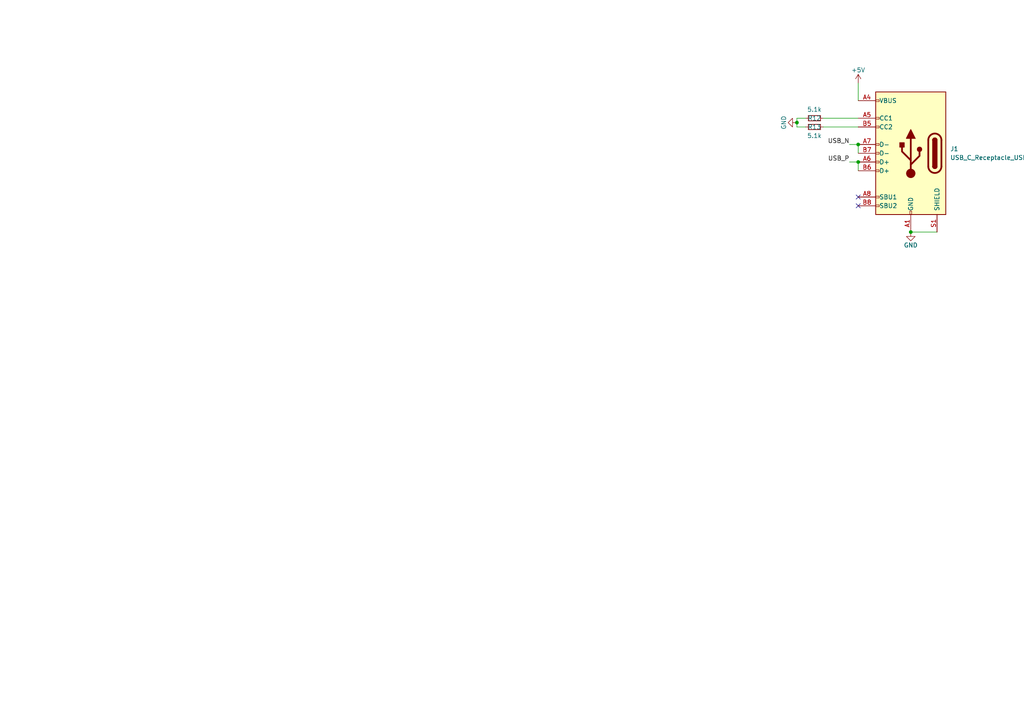
<source format=kicad_sch>
(kicad_sch (version 20250114) (generator "eeschema") (generator_version "9.0")
  (paper "A4")
  (lib_symbols
    (symbol "jlcpcb-basic-resistor-0402:5.1k"
      (property "Reference" "R" (at 0.762 0.508 0))
      (property "Value" "5.1k" (at 0.762 -1.016 0))
      (symbol "5.1k_0_0"
        (rectangle (start -0.762 1.778) (end 0.762 -1.778) (stroke (width 0.2032)))
        (pin passive line (at 0 2.54 270) (length 0.762) (name "~") (number "1"))
        (pin passive line (at 0 -2.54 90) (length 0.762) (name "~") (number "2"))
      )
    )
    (symbol "power:+5V" (power) (pin_names (offset 0))
      (property "Value" "+5V" (at 0 3.556 0))
      (symbol "+5V_0_1"
        (polyline (pts (xy -0.762 1.27) (xy 0 2.54)))
        (polyline (pts (xy 0 2.54) (xy 0.762 1.27)))
        (polyline (pts (xy 0 0) (xy 0 2.54)))
      )
      (symbol "+5V_1_1"
        (pin power_in line (at 0 0 90) (length 0) (hide yes) (name "+5V") (number "1"))
      )
    )
    (symbol "power:GND" (power) (pin_names (offset 0))
      (property "Value" "GND" (at 0 -3.81 0))
      (symbol "GND_0_1"
        (polyline (pts (xy 0 0) (xy 0 -1.27) (xy 1.27 -1.27) (xy 0 -2.54) (xy -1.27 -1.27) (xy 0 -1.27)))
      )
      (symbol "GND_1_1"
        (pin power_in line (at 0 0 270) (length 0) (hide yes) (name "GND") (number "1"))
      )
    )
    (symbol "tom-connectors:USB_C_Receptacle_USB2.0" (pin_names (offset 1.016))
      (property "Reference" "J" (at -10.16 19.05 0))
      (property "Value" "USB_C_Receptacle_USB2.0" (at 19.05 19.05 0))
      (symbol "USB_C_Receptacle_USB2.0_0_0"
        (rectangle (start -0.254 -17.78) (end 0.254 -16.764))
        (rectangle (start 10.16 15.494) (end 9.144 14.986))
        (rectangle (start 10.16 10.414) (end 9.144 9.906))
        (rectangle (start 10.16 7.874) (end 9.144 7.366))
        (rectangle (start 10.16 2.794) (end 9.144 2.286))
        (rectangle (start 10.16 0.254) (end 9.144 -0.254))
        (rectangle (start 10.16 -2.286) (end 9.144 -2.794))
        (rectangle (start 10.16 -4.826) (end 9.144 -5.334))
        (rectangle (start 10.16 -12.446) (end 9.144 -12.954))
        (rectangle (start 10.16 -14.986) (end 9.144 -15.494))
      )
      (symbol "USB_C_Receptacle_USB2.0_0_1"
        (rectangle (start -10.16 17.78) (end 10.16 -17.78) (stroke (width 0.254)) (fill (type background)))
        (polyline (pts (xy -8.89 -3.81) (xy -8.89 3.81)) (stroke (width 0.508)))
        (rectangle (start -7.62 -3.81) (end -6.35 3.81) (stroke (width 0.254)) (fill (type outline)))
        (arc (start -7.62 3.81) (mid -6.985 4.4423) (end -6.35 3.81) (stroke (width 0.254)))
        (arc (start -7.62 3.81) (mid -6.985 4.4423) (end -6.35 3.81) (stroke (width 0.254)) (fill (type outline)))
        (arc (start -8.89 3.81) (mid -6.985 5.7067) (end -5.08 3.81) (stroke (width 0.508)))
        (arc (start -5.08 -3.81) (mid -6.985 -5.7067) (end -8.89 -3.81) (stroke (width 0.508)))
        (arc (start -6.35 -3.81) (mid -6.985 -4.4423) (end -7.62 -3.81) (stroke (width 0.254)))
        (arc (start -6.35 -3.81) (mid -6.985 -4.4423) (end -7.62 -3.81) (stroke (width 0.254)) (fill (type outline)))
        (polyline (pts (xy -5.08 3.81) (xy -5.08 -3.81)) (stroke (width 0.508)))
        (circle (center -2.54 1.143) (radius 0.635) (stroke (width 0.254)) (fill (type outline)))
        (polyline (pts (xy -1.27 4.318) (xy 0 6.858) (xy 1.27 4.318) (xy -1.27 4.318)) (stroke (width 0.254)) (fill (type outline)))
        (polyline (pts (xy 0 -2.032) (xy 2.54 0.508) (xy 2.54 1.778)) (stroke (width 0.508)))
        (polyline (pts (xy 0 -3.302) (xy -2.54 -0.762) (xy -2.54 0.508)) (stroke (width 0.508)))
        (polyline (pts (xy 0 -5.842) (xy 0 4.318)) (stroke (width 0.508)))
        (circle (center 0 -5.842) (radius 1.27) (fill (type outline)))
        (rectangle (start 1.905 1.778) (end 3.175 3.048) (stroke (width 0.254)) (fill (type outline)))
      )
      (symbol "USB_C_Receptacle_USB2.0_1_1"
        (pin passive line (at -7.62 -22.86 90) (length 5.08) (name "SHIELD") (number "S1"))
        (pin passive line (at 0 -22.86 90) (length 5.08) (name "GND") (number "A1"))
        (pin passive line (at 0 -22.86 90) (length 5.08) (hide yes) (name "GND") (number "A12"))
        (pin passive line (at 0 -22.86 90) (length 5.08) (hide yes) (name "GND") (number "B1"))
        (pin passive line (at 0 -22.86 90) (length 5.08) (hide yes) (name "GND") (number "B12"))
        (pin passive line (at 15.24 15.24 180) (length 5.08) (name "VBUS") (number "A4"))
        (pin passive line (at 15.24 15.24 180) (length 5.08) (hide yes) (name "VBUS") (number "A9"))
        (pin passive line (at 15.24 15.24 180) (length 5.08) (hide yes) (name "VBUS") (number "B4"))
        (pin passive line (at 15.24 15.24 180) (length 5.08) (hide yes) (name "VBUS") (number "B9"))
        (pin bidirectional line (at 15.24 10.16 180) (length 5.08) (name "CC1") (number "A5"))
        (pin bidirectional line (at 15.24 7.62 180) (length 5.08) (name "CC2") (number "B5"))
        (pin bidirectional line (at 15.24 2.54 180) (length 5.08) (name "D-") (number "A7"))
        (pin bidirectional line (at 15.24 0 180) (length 5.08) (name "D-") (number "B7"))
        (pin bidirectional line (at 15.24 -2.54 180) (length 5.08) (name "D+") (number "A6"))
        (pin bidirectional line (at 15.24 -5.08 180) (length 5.08) (name "D+") (number "B6"))
        (pin bidirectional line (at 15.24 -12.7 180) (length 5.08) (name "SBU1") (number "A8"))
        (pin bidirectional line (at 15.24 -15.24 180) (length 5.08) (name "SBU2") (number "B8"))
      )
    )
  )
  (junction (at 248.92 41.91))
  (junction (at 248.92 46.99))
  (junction (at 264.16 67.31))
  (junction (at 231.14 35.56))
  (no_connect (at 248.92 57.15))
  (no_connect (at 248.92 59.69))
  (wire (pts (xy 233.68 36.83) (xy 231.14 36.83)))
  (wire (pts (xy 231.14 36.83) (xy 231.14 35.56)))
  (wire (pts (xy 246.38 46.99) (xy 248.92 46.99)))
  (wire (pts (xy 246.38 41.91) (xy 248.92 41.91)))
  (wire (pts (xy 233.68 34.29) (xy 231.14 34.29)))
  (wire (pts (xy 231.14 34.29) (xy 231.14 35.56)))
  (wire (pts (xy 248.92 24.13) (xy 248.92 29.21)))
  (wire (pts (xy 238.76 36.83) (xy 248.92 36.83)))
  (wire (pts (xy 248.92 46.99) (xy 248.92 49.53)))
  (wire (pts (xy 238.76 34.29) (xy 248.92 34.29)))
  (wire (pts (xy 264.16 67.31) (xy 271.78 67.31)))
  (wire (pts (xy 248.92 41.91) (xy 248.92 44.45)))
  (label "USB_N" (at 246.38 41.91 180))
  (label "USB_P" (at 246.38 46.99 180))
  (symbol (lib_id "jlcpcb-basic-resistor-0402:5.1k") (at 236.22 34.29 90) (unit 1)
    (property "Reference" "R12" (at 236.22 34.29 90))
    (property "Value" "5.1k" (at 236.22 31.75 90))
    (property "Footprint" "tom-passives:R_0402_1005Metric" (effects (hide yes)))
    (property "Datasheet" "https://datasheet.lcsc.com/lcsc/2110260030_UNI-ROYAL-Uniroyal-Elec-0402WGF5101TCE_C25905.pdf" (effects (hide yes)))
    (property "LCSC" "C25905" (effects (hide yes)))
    (property "MFG" "UNI-ROYAL(Uniroyal Elec)" (effects (hide yes)))
    (property "MFGPN" "0402WGF5101TCE" (effects (hide yes)))
  )
  (symbol (lib_id "power:GND") (at 231.14 35.56 270) (unit 1)
    (property "Reference" "#PWR022" (effects (hide yes)))
    (property "Value" "GND" (at 227.33 35.56 0))
  )
  (symbol (lib_id "power:GND") (at 264.16 67.31 0) (unit 1)
    (property "Reference" "#PWR021" (effects (hide yes)))
    (property "Value" "GND" (at 264.16 71.12 0))
  )
  (symbol (lib_id "tom-connectors:USB_C_Receptacle_USB2.0") (at 264.16 44.45 0) (mirror y) (unit 1)
    (property "Reference" "J1" (at 275.59 43.18 0) (effects (justify right)))
    (property "Value" "USB_C_Receptacle_USB2.0" (at 275.59 45.72 0) (effects (justify right)))
    (property "Footprint" "tom-connectors:USB_C_Receptacle_LCSC_C165948" (effects (hide yes)))
    (property "Datasheet" "https://www.usb.org/sites/default/files/documents/usb_type-c.zip" (effects (hide yes)))
    (property "LCSC" "C165948" (effects (hide yes)))
  )
  (symbol (lib_id "power:+5V") (at 248.92 24.13 0) (unit 1)
    (property "Reference" "#PWR023" (effects (hide yes)))
    (property "Value" "+5V" (at 248.92 20.32 0))
  )
  (symbol (lib_id "jlcpcb-basic-resistor-0402:5.1k") (at 236.22 36.83 90) (unit 1)
    (property "Reference" "R13" (at 236.22 36.83 90))
    (property "Value" "5.1k" (at 236.22 39.37 90))
    (property "Footprint" "tom-passives:R_0402_1005Metric" (effects (hide yes)))
    (property "Datasheet" "https://datasheet.lcsc.com/lcsc/2110260030_UNI-ROYAL-Uniroyal-Elec-0402WGF5101TCE_C25905.pdf" (effects (hide yes)))
    (property "LCSC" "C25905" (effects (hide yes)))
    (property "MFG" "UNI-ROYAL(Uniroyal Elec)" (effects (hide yes)))
    (property "MFGPN" "0402WGF5101TCE" (effects (hide yes)))
  )
)
</source>
